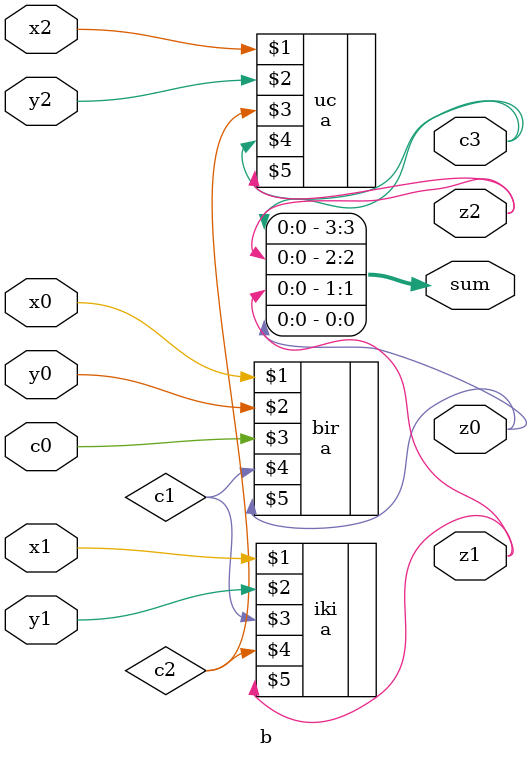
<source format=v>

module b(x0,y0,x1,y1,x2,y2,c0,c3,z0,z1,z2,sum);

input x0,y0,x1,y1,x2,y2,c0;
output z0,z1,z2,c3;
wire c1,c2;
output [3:0] sum;

a bir(x0,y0,c0,c1,z0);
a iki(x1,y1,c1,c2,z1);
a uc(x2,y2,c2,c3,z2);

assign sum = {c3,z2,z1,z0};

endmodule

</source>
